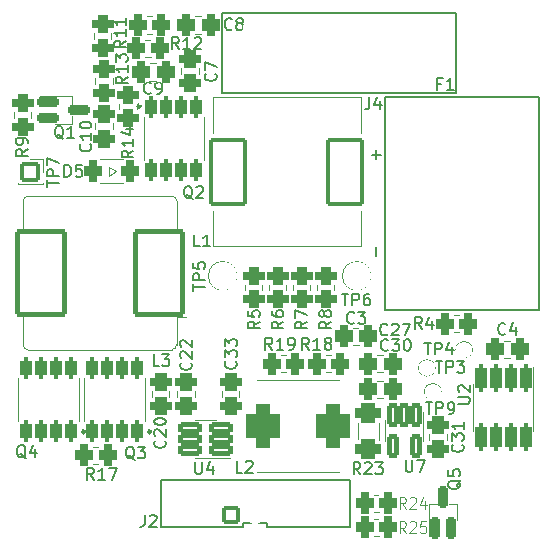
<source format=gto>
G04 #@! TF.GenerationSoftware,KiCad,Pcbnew,(6.0.4)*
G04 #@! TF.CreationDate,2023-01-27T20:38:21-05:00*
G04 #@! TF.ProjectId,charging_on_the_pad,63686172-6769-46e6-975f-6f6e5f746865,rev?*
G04 #@! TF.SameCoordinates,Original*
G04 #@! TF.FileFunction,Legend,Top*
G04 #@! TF.FilePolarity,Positive*
%FSLAX46Y46*%
G04 Gerber Fmt 4.6, Leading zero omitted, Abs format (unit mm)*
G04 Created by KiCad (PCBNEW (6.0.4)) date 2023-01-27 20:38:21*
%MOMM*%
%LPD*%
G01*
G04 APERTURE LIST*
G04 Aperture macros list*
%AMRoundRect*
0 Rectangle with rounded corners*
0 $1 Rounding radius*
0 $2 $3 $4 $5 $6 $7 $8 $9 X,Y pos of 4 corners*
0 Add a 4 corners polygon primitive as box body*
4,1,4,$2,$3,$4,$5,$6,$7,$8,$9,$2,$3,0*
0 Add four circle primitives for the rounded corners*
1,1,$1+$1,$2,$3*
1,1,$1+$1,$4,$5*
1,1,$1+$1,$6,$7*
1,1,$1+$1,$8,$9*
0 Add four rect primitives between the rounded corners*
20,1,$1+$1,$2,$3,$4,$5,0*
20,1,$1+$1,$4,$5,$6,$7,0*
20,1,$1+$1,$6,$7,$8,$9,0*
20,1,$1+$1,$8,$9,$2,$3,0*%
G04 Aperture macros list end*
%ADD10C,0.152400*%
%ADD11C,0.150000*%
%ADD12C,0.120000*%
%ADD13C,0.260000*%
%ADD14C,6.800000*%
%ADD15C,2.600000*%
%ADD16RoundRect,0.200000X-0.600000X-0.600000X0.600000X-0.600000X0.600000X0.600000X-0.600000X0.600000X0*%
%ADD17C,1.600000*%
%ADD18RoundRect,0.450000X0.337500X0.475000X-0.337500X0.475000X-0.337500X-0.475000X0.337500X-0.475000X0*%
%ADD19RoundRect,0.450000X0.625000X-0.400000X0.625000X0.400000X-0.625000X0.400000X-0.625000X-0.400000X0*%
%ADD20RoundRect,0.200000X2.000000X3.500000X-2.000000X3.500000X-2.000000X-3.500000X2.000000X-3.500000X0*%
%ADD21RoundRect,0.450000X-0.337500X-0.475000X0.337500X-0.475000X0.337500X0.475000X-0.337500X0.475000X0*%
%ADD22RoundRect,0.450000X0.450000X-0.350000X0.450000X0.350000X-0.450000X0.350000X-0.450000X-0.350000X0*%
%ADD23RoundRect,0.450000X0.475000X-0.337500X0.475000X0.337500X-0.475000X0.337500X-0.475000X-0.337500X0*%
%ADD24RoundRect,0.200000X-0.225000X-0.750000X0.225000X-0.750000X0.225000X0.750000X-0.225000X0.750000X0*%
%ADD25C,1.400000*%
%ADD26RoundRect,0.200000X0.780000X0.325000X-0.780000X0.325000X-0.780000X-0.325000X0.780000X-0.325000X0*%
%ADD27RoundRect,0.350000X0.150000X-0.600000X0.150000X0.600000X-0.150000X0.600000X-0.150000X-0.600000X0*%
%ADD28RoundRect,0.450000X-0.450000X0.350000X-0.450000X-0.350000X0.450000X-0.350000X0.450000X0.350000X0*%
%ADD29RoundRect,0.450000X0.350000X0.450000X-0.350000X0.450000X-0.350000X-0.450000X0.350000X-0.450000X0*%
%ADD30C,3.400000*%
%ADD31C,2.400000*%
%ADD32RoundRect,0.200000X-0.675000X-0.675000X0.675000X-0.675000X0.675000X0.675000X-0.675000X0.675000X0*%
%ADD33RoundRect,0.200000X-0.750000X0.225000X-0.750000X-0.225000X0.750000X-0.225000X0.750000X0.225000X0*%
%ADD34RoundRect,0.350000X-0.150000X0.825000X-0.150000X-0.825000X0.150000X-0.825000X0.150000X0.825000X0*%
%ADD35RoundRect,0.350000X-0.150000X0.600000X-0.150000X-0.600000X0.150000X-0.600000X0.150000X0.600000X0*%
%ADD36RoundRect,0.450000X-0.475000X0.337500X-0.475000X-0.337500X0.475000X-0.337500X0.475000X0.337500X0*%
%ADD37C,2.900000*%
%ADD38RoundRect,0.825000X-0.625000X-1.000000X0.625000X-1.000000X0.625000X1.000000X-0.625000X1.000000X0*%
%ADD39RoundRect,0.500000X0.300000X0.400000X-0.300000X0.400000X-0.300000X-0.400000X0.300000X-0.400000X0*%
%ADD40RoundRect,0.200000X-0.325000X0.780000X-0.325000X-0.780000X0.325000X-0.780000X0.325000X0.780000X0*%
%ADD41RoundRect,0.450000X-0.350000X-0.450000X0.350000X-0.450000X0.350000X0.450000X-0.350000X0.450000X0*%
%ADD42RoundRect,0.200000X-1.450000X-2.700000X1.450000X-2.700000X1.450000X2.700000X-1.450000X2.700000X0*%
%ADD43C,1.900000*%
G04 APERTURE END LIST*
D10*
X154672571Y-97987047D02*
X154672571Y-97212952D01*
X155059619Y-97600000D02*
X154285523Y-97600000D01*
X154672571Y-106187047D02*
X154672571Y-105412952D01*
D11*
X135059066Y-128108780D02*
X135059066Y-128823066D01*
X135011447Y-128965923D01*
X134916209Y-129061161D01*
X134773352Y-129108780D01*
X134678114Y-129108780D01*
X135487638Y-128204019D02*
X135535257Y-128156400D01*
X135630495Y-128108780D01*
X135868590Y-128108780D01*
X135963828Y-128156400D01*
X136011447Y-128204019D01*
X136059066Y-128299257D01*
X136059066Y-128394495D01*
X136011447Y-128537352D01*
X135440019Y-129108780D01*
X136059066Y-129108780D01*
X152783333Y-111807142D02*
X152735714Y-111854761D01*
X152592857Y-111902380D01*
X152497619Y-111902380D01*
X152354761Y-111854761D01*
X152259523Y-111759523D01*
X152211904Y-111664285D01*
X152164285Y-111473809D01*
X152164285Y-111330952D01*
X152211904Y-111140476D01*
X152259523Y-111045238D01*
X152354761Y-110950000D01*
X152497619Y-110902380D01*
X152592857Y-110902380D01*
X152735714Y-110950000D01*
X152783333Y-110997619D01*
X153116666Y-110902380D02*
X153735714Y-110902380D01*
X153402380Y-111283333D01*
X153545238Y-111283333D01*
X153640476Y-111330952D01*
X153688095Y-111378571D01*
X153735714Y-111473809D01*
X153735714Y-111711904D01*
X153688095Y-111807142D01*
X153640476Y-111854761D01*
X153545238Y-111902380D01*
X153259523Y-111902380D01*
X153164285Y-111854761D01*
X153116666Y-111807142D01*
X153306742Y-124644780D02*
X152973409Y-124168590D01*
X152735314Y-124644780D02*
X152735314Y-123644780D01*
X153116266Y-123644780D01*
X153211504Y-123692400D01*
X153259123Y-123740019D01*
X153306742Y-123835257D01*
X153306742Y-123978114D01*
X153259123Y-124073352D01*
X153211504Y-124120971D01*
X153116266Y-124168590D01*
X152735314Y-124168590D01*
X153687695Y-123740019D02*
X153735314Y-123692400D01*
X153830552Y-123644780D01*
X154068647Y-123644780D01*
X154163885Y-123692400D01*
X154211504Y-123740019D01*
X154259123Y-123835257D01*
X154259123Y-123930495D01*
X154211504Y-124073352D01*
X153640076Y-124644780D01*
X154259123Y-124644780D01*
X154592457Y-123644780D02*
X155211504Y-123644780D01*
X154878171Y-124025733D01*
X155021028Y-124025733D01*
X155116266Y-124073352D01*
X155163885Y-124120971D01*
X155211504Y-124216209D01*
X155211504Y-124454304D01*
X155163885Y-124549542D01*
X155116266Y-124597161D01*
X155021028Y-124644780D01*
X154735314Y-124644780D01*
X154640076Y-124597161D01*
X154592457Y-124549542D01*
X136283333Y-115502380D02*
X135807142Y-115502380D01*
X135807142Y-114502380D01*
X136521428Y-114502380D02*
X137140476Y-114502380D01*
X136807142Y-114883333D01*
X136950000Y-114883333D01*
X137045238Y-114930952D01*
X137092857Y-114978571D01*
X137140476Y-115073809D01*
X137140476Y-115311904D01*
X137092857Y-115407142D01*
X137045238Y-115454761D01*
X136950000Y-115502380D01*
X136664285Y-115502380D01*
X136569047Y-115454761D01*
X136521428Y-115407142D01*
X155657142Y-114107142D02*
X155609523Y-114154761D01*
X155466666Y-114202380D01*
X155371428Y-114202380D01*
X155228571Y-114154761D01*
X155133333Y-114059523D01*
X155085714Y-113964285D01*
X155038095Y-113773809D01*
X155038095Y-113630952D01*
X155085714Y-113440476D01*
X155133333Y-113345238D01*
X155228571Y-113250000D01*
X155371428Y-113202380D01*
X155466666Y-113202380D01*
X155609523Y-113250000D01*
X155657142Y-113297619D01*
X155990476Y-113202380D02*
X156609523Y-113202380D01*
X156276190Y-113583333D01*
X156419047Y-113583333D01*
X156514285Y-113630952D01*
X156561904Y-113678571D01*
X156609523Y-113773809D01*
X156609523Y-114011904D01*
X156561904Y-114107142D01*
X156514285Y-114154761D01*
X156419047Y-114202380D01*
X156133333Y-114202380D01*
X156038095Y-114154761D01*
X155990476Y-114107142D01*
X157228571Y-113202380D02*
X157323809Y-113202380D01*
X157419047Y-113250000D01*
X157466666Y-113297619D01*
X157514285Y-113392857D01*
X157561904Y-113583333D01*
X157561904Y-113821428D01*
X157514285Y-114011904D01*
X157466666Y-114107142D01*
X157419047Y-114154761D01*
X157323809Y-114202380D01*
X157228571Y-114202380D01*
X157133333Y-114154761D01*
X157085714Y-114107142D01*
X157038095Y-114011904D01*
X156990476Y-113821428D01*
X156990476Y-113583333D01*
X157038095Y-113392857D01*
X157085714Y-113297619D01*
X157133333Y-113250000D01*
X157228571Y-113202380D01*
X125152380Y-97116666D02*
X124676190Y-97450000D01*
X125152380Y-97688095D02*
X124152380Y-97688095D01*
X124152380Y-97307142D01*
X124200000Y-97211904D01*
X124247619Y-97164285D01*
X124342857Y-97116666D01*
X124485714Y-97116666D01*
X124580952Y-97164285D01*
X124628571Y-97211904D01*
X124676190Y-97307142D01*
X124676190Y-97688095D01*
X125152380Y-96640476D02*
X125152380Y-96450000D01*
X125104761Y-96354761D01*
X125057142Y-96307142D01*
X124914285Y-96211904D01*
X124723809Y-96164285D01*
X124342857Y-96164285D01*
X124247619Y-96211904D01*
X124200000Y-96259523D01*
X124152380Y-96354761D01*
X124152380Y-96545238D01*
X124200000Y-96640476D01*
X124247619Y-96688095D01*
X124342857Y-96735714D01*
X124580952Y-96735714D01*
X124676190Y-96688095D01*
X124723809Y-96640476D01*
X124771428Y-96545238D01*
X124771428Y-96354761D01*
X124723809Y-96259523D01*
X124676190Y-96211904D01*
X124580952Y-96164285D01*
X161957142Y-122142857D02*
X162004761Y-122190476D01*
X162052380Y-122333333D01*
X162052380Y-122428571D01*
X162004761Y-122571428D01*
X161909523Y-122666666D01*
X161814285Y-122714285D01*
X161623809Y-122761904D01*
X161480952Y-122761904D01*
X161290476Y-122714285D01*
X161195238Y-122666666D01*
X161100000Y-122571428D01*
X161052380Y-122428571D01*
X161052380Y-122333333D01*
X161100000Y-122190476D01*
X161147619Y-122142857D01*
X161052380Y-121809523D02*
X161052380Y-121190476D01*
X161433333Y-121523809D01*
X161433333Y-121380952D01*
X161480952Y-121285714D01*
X161528571Y-121238095D01*
X161623809Y-121190476D01*
X161861904Y-121190476D01*
X161957142Y-121238095D01*
X162004761Y-121285714D01*
X162052380Y-121380952D01*
X162052380Y-121666666D01*
X162004761Y-121761904D01*
X161957142Y-121809523D01*
X162052380Y-120238095D02*
X162052380Y-120809523D01*
X162052380Y-120523809D02*
X161052380Y-120523809D01*
X161195238Y-120619047D01*
X161290476Y-120714285D01*
X161338095Y-120809523D01*
X133452380Y-87942857D02*
X132976190Y-88276190D01*
X133452380Y-88514285D02*
X132452380Y-88514285D01*
X132452380Y-88133333D01*
X132500000Y-88038095D01*
X132547619Y-87990476D01*
X132642857Y-87942857D01*
X132785714Y-87942857D01*
X132880952Y-87990476D01*
X132928571Y-88038095D01*
X132976190Y-88133333D01*
X132976190Y-88514285D01*
X133452380Y-86990476D02*
X133452380Y-87561904D01*
X133452380Y-87276190D02*
X132452380Y-87276190D01*
X132595238Y-87371428D01*
X132690476Y-87466666D01*
X132738095Y-87561904D01*
X133452380Y-86038095D02*
X133452380Y-86609523D01*
X133452380Y-86323809D02*
X132452380Y-86323809D01*
X132595238Y-86419047D01*
X132690476Y-86514285D01*
X132738095Y-86609523D01*
X161840019Y-125151638D02*
X161792400Y-125246876D01*
X161697161Y-125342114D01*
X161554304Y-125484971D01*
X161506685Y-125580209D01*
X161506685Y-125675447D01*
X161744780Y-125627828D02*
X161697161Y-125723066D01*
X161601923Y-125818304D01*
X161411447Y-125865923D01*
X161078114Y-125865923D01*
X160887638Y-125818304D01*
X160792400Y-125723066D01*
X160744780Y-125627828D01*
X160744780Y-125437352D01*
X160792400Y-125342114D01*
X160887638Y-125246876D01*
X161078114Y-125199257D01*
X161411447Y-125199257D01*
X161601923Y-125246876D01*
X161697161Y-125342114D01*
X161744780Y-125437352D01*
X161744780Y-125627828D01*
X160744780Y-124294495D02*
X160744780Y-124770685D01*
X161220971Y-124818304D01*
X161173352Y-124770685D01*
X161125733Y-124675447D01*
X161125733Y-124437352D01*
X161173352Y-124342114D01*
X161220971Y-124294495D01*
X161316209Y-124246876D01*
X161554304Y-124246876D01*
X161649542Y-124294495D01*
X161697161Y-124342114D01*
X161744780Y-124437352D01*
X161744780Y-124675447D01*
X161697161Y-124770685D01*
X161649542Y-124818304D01*
X165593733Y-112748542D02*
X165546114Y-112796161D01*
X165403257Y-112843780D01*
X165308019Y-112843780D01*
X165165161Y-112796161D01*
X165069923Y-112700923D01*
X165022304Y-112605685D01*
X164974685Y-112415209D01*
X164974685Y-112272352D01*
X165022304Y-112081876D01*
X165069923Y-111986638D01*
X165165161Y-111891400D01*
X165308019Y-111843780D01*
X165403257Y-111843780D01*
X165546114Y-111891400D01*
X165593733Y-111939019D01*
X166450876Y-112177114D02*
X166450876Y-112843780D01*
X166212780Y-111796161D02*
X165974685Y-112510447D01*
X166593733Y-112510447D01*
X159688095Y-115052380D02*
X160259523Y-115052380D01*
X159973809Y-116052380D02*
X159973809Y-115052380D01*
X160592857Y-116052380D02*
X160592857Y-115052380D01*
X160973809Y-115052380D01*
X161069047Y-115100000D01*
X161116666Y-115147619D01*
X161164285Y-115242857D01*
X161164285Y-115385714D01*
X161116666Y-115480952D01*
X161069047Y-115528571D01*
X160973809Y-115576190D01*
X160592857Y-115576190D01*
X161497619Y-115052380D02*
X162116666Y-115052380D01*
X161783333Y-115433333D01*
X161926190Y-115433333D01*
X162021428Y-115480952D01*
X162069047Y-115528571D01*
X162116666Y-115623809D01*
X162116666Y-115861904D01*
X162069047Y-115957142D01*
X162021428Y-116004761D01*
X161926190Y-116052380D01*
X161640476Y-116052380D01*
X161545238Y-116004761D01*
X161497619Y-115957142D01*
X139330495Y-123608780D02*
X139330495Y-124418304D01*
X139378114Y-124513542D01*
X139425733Y-124561161D01*
X139520971Y-124608780D01*
X139711447Y-124608780D01*
X139806685Y-124561161D01*
X139854304Y-124513542D01*
X139901923Y-124418304D01*
X139901923Y-123608780D01*
X140806685Y-123942114D02*
X140806685Y-124608780D01*
X140568590Y-123561161D02*
X140330495Y-124275447D01*
X140949542Y-124275447D01*
X124997161Y-123304019D02*
X124901923Y-123256400D01*
X124806685Y-123161161D01*
X124663828Y-123018304D01*
X124568590Y-122970685D01*
X124473352Y-122970685D01*
X124520971Y-123208780D02*
X124425733Y-123161161D01*
X124330495Y-123065923D01*
X124282876Y-122875447D01*
X124282876Y-122542114D01*
X124330495Y-122351638D01*
X124425733Y-122256400D01*
X124520971Y-122208780D01*
X124711447Y-122208780D01*
X124806685Y-122256400D01*
X124901923Y-122351638D01*
X124949542Y-122542114D01*
X124949542Y-122875447D01*
X124901923Y-123065923D01*
X124806685Y-123161161D01*
X124711447Y-123208780D01*
X124520971Y-123208780D01*
X125806685Y-122542114D02*
X125806685Y-123208780D01*
X125568590Y-122161161D02*
X125330495Y-122875447D01*
X125949542Y-122875447D01*
X146794780Y-111723066D02*
X146318590Y-112056400D01*
X146794780Y-112294495D02*
X145794780Y-112294495D01*
X145794780Y-111913542D01*
X145842400Y-111818304D01*
X145890019Y-111770685D01*
X145985257Y-111723066D01*
X146128114Y-111723066D01*
X146223352Y-111770685D01*
X146270971Y-111818304D01*
X146318590Y-111913542D01*
X146318590Y-112294495D01*
X145794780Y-110865923D02*
X145794780Y-111056400D01*
X145842400Y-111151638D01*
X145890019Y-111199257D01*
X146032876Y-111294495D01*
X146223352Y-111342114D01*
X146604304Y-111342114D01*
X146699542Y-111294495D01*
X146747161Y-111246876D01*
X146794780Y-111151638D01*
X146794780Y-110961161D01*
X146747161Y-110865923D01*
X146699542Y-110818304D01*
X146604304Y-110770685D01*
X146366209Y-110770685D01*
X146270971Y-110818304D01*
X146223352Y-110865923D01*
X146175733Y-110961161D01*
X146175733Y-111151638D01*
X146223352Y-111246876D01*
X146270971Y-111294495D01*
X146366209Y-111342114D01*
X148949542Y-114108780D02*
X148616209Y-113632590D01*
X148378114Y-114108780D02*
X148378114Y-113108780D01*
X148759066Y-113108780D01*
X148854304Y-113156400D01*
X148901923Y-113204019D01*
X148949542Y-113299257D01*
X148949542Y-113442114D01*
X148901923Y-113537352D01*
X148854304Y-113584971D01*
X148759066Y-113632590D01*
X148378114Y-113632590D01*
X149901923Y-114108780D02*
X149330495Y-114108780D01*
X149616209Y-114108780D02*
X149616209Y-113108780D01*
X149520971Y-113251638D01*
X149425733Y-113346876D01*
X149330495Y-113394495D01*
X150473352Y-113537352D02*
X150378114Y-113489733D01*
X150330495Y-113442114D01*
X150282876Y-113346876D01*
X150282876Y-113299257D01*
X150330495Y-113204019D01*
X150378114Y-113156400D01*
X150473352Y-113108780D01*
X150663828Y-113108780D01*
X150759066Y-113156400D01*
X150806685Y-113204019D01*
X150854304Y-113299257D01*
X150854304Y-113346876D01*
X150806685Y-113442114D01*
X150759066Y-113489733D01*
X150663828Y-113537352D01*
X150473352Y-113537352D01*
X150378114Y-113584971D01*
X150330495Y-113632590D01*
X150282876Y-113727828D01*
X150282876Y-113918304D01*
X150330495Y-114013542D01*
X150378114Y-114061161D01*
X150473352Y-114108780D01*
X150663828Y-114108780D01*
X150759066Y-114061161D01*
X150806685Y-114013542D01*
X150854304Y-113918304D01*
X150854304Y-113727828D01*
X150806685Y-113632590D01*
X150759066Y-113584971D01*
X150663828Y-113537352D01*
X135583333Y-92357142D02*
X135535714Y-92404761D01*
X135392857Y-92452380D01*
X135297619Y-92452380D01*
X135154761Y-92404761D01*
X135059523Y-92309523D01*
X135011904Y-92214285D01*
X134964285Y-92023809D01*
X134964285Y-91880952D01*
X135011904Y-91690476D01*
X135059523Y-91595238D01*
X135154761Y-91500000D01*
X135297619Y-91452380D01*
X135392857Y-91452380D01*
X135535714Y-91500000D01*
X135583333Y-91547619D01*
X136059523Y-92452380D02*
X136250000Y-92452380D01*
X136345238Y-92404761D01*
X136392857Y-92357142D01*
X136488095Y-92214285D01*
X136535714Y-92023809D01*
X136535714Y-91642857D01*
X136488095Y-91547619D01*
X136440476Y-91500000D01*
X136345238Y-91452380D01*
X136154761Y-91452380D01*
X136059523Y-91500000D01*
X136011904Y-91547619D01*
X135964285Y-91642857D01*
X135964285Y-91880952D01*
X136011904Y-91976190D01*
X136059523Y-92023809D01*
X136154761Y-92071428D01*
X136345238Y-92071428D01*
X136440476Y-92023809D01*
X136488095Y-91976190D01*
X136535714Y-91880952D01*
X154066666Y-92752380D02*
X154066666Y-93466666D01*
X154019047Y-93609523D01*
X153923809Y-93704761D01*
X153780952Y-93752380D01*
X153685714Y-93752380D01*
X154971428Y-93085714D02*
X154971428Y-93752380D01*
X154733333Y-92704761D02*
X154495238Y-93419047D01*
X155114285Y-93419047D01*
X151738095Y-109352380D02*
X152309523Y-109352380D01*
X152023809Y-110352380D02*
X152023809Y-109352380D01*
X152642857Y-110352380D02*
X152642857Y-109352380D01*
X153023809Y-109352380D01*
X153119047Y-109400000D01*
X153166666Y-109447619D01*
X153214285Y-109542857D01*
X153214285Y-109685714D01*
X153166666Y-109780952D01*
X153119047Y-109828571D01*
X153023809Y-109876190D01*
X152642857Y-109876190D01*
X154071428Y-109352380D02*
X153880952Y-109352380D01*
X153785714Y-109400000D01*
X153738095Y-109447619D01*
X153642857Y-109590476D01*
X153595238Y-109780952D01*
X153595238Y-110161904D01*
X153642857Y-110257142D01*
X153690476Y-110304761D01*
X153785714Y-110352380D01*
X153976190Y-110352380D01*
X154071428Y-110304761D01*
X154119047Y-110257142D01*
X154166666Y-110161904D01*
X154166666Y-109923809D01*
X154119047Y-109828571D01*
X154071428Y-109780952D01*
X153976190Y-109733333D01*
X153785714Y-109733333D01*
X153690476Y-109780952D01*
X153642857Y-109828571D01*
X153595238Y-109923809D01*
X142749542Y-115099257D02*
X142797161Y-115146876D01*
X142844780Y-115289733D01*
X142844780Y-115384971D01*
X142797161Y-115527828D01*
X142701923Y-115623066D01*
X142606685Y-115670685D01*
X142416209Y-115718304D01*
X142273352Y-115718304D01*
X142082876Y-115670685D01*
X141987638Y-115623066D01*
X141892400Y-115527828D01*
X141844780Y-115384971D01*
X141844780Y-115289733D01*
X141892400Y-115146876D01*
X141940019Y-115099257D01*
X141844780Y-114765923D02*
X141844780Y-114146876D01*
X142225733Y-114480209D01*
X142225733Y-114337352D01*
X142273352Y-114242114D01*
X142320971Y-114194495D01*
X142416209Y-114146876D01*
X142654304Y-114146876D01*
X142749542Y-114194495D01*
X142797161Y-114242114D01*
X142844780Y-114337352D01*
X142844780Y-114623066D01*
X142797161Y-114718304D01*
X142749542Y-114765923D01*
X141844780Y-113813542D02*
X141844780Y-113194495D01*
X142225733Y-113527828D01*
X142225733Y-113384971D01*
X142273352Y-113289733D01*
X142320971Y-113242114D01*
X142416209Y-113194495D01*
X142654304Y-113194495D01*
X142749542Y-113242114D01*
X142797161Y-113289733D01*
X142844780Y-113384971D01*
X142844780Y-113670685D01*
X142797161Y-113765923D01*
X142749542Y-113813542D01*
X126802380Y-100311904D02*
X126802380Y-99740476D01*
X127802380Y-100026190D02*
X126802380Y-100026190D01*
X127802380Y-99407142D02*
X126802380Y-99407142D01*
X126802380Y-99026190D01*
X126850000Y-98930952D01*
X126897619Y-98883333D01*
X126992857Y-98835714D01*
X127135714Y-98835714D01*
X127230952Y-98883333D01*
X127278571Y-98930952D01*
X127326190Y-99026190D01*
X127326190Y-99407142D01*
X126802380Y-98502380D02*
X126802380Y-97835714D01*
X127802380Y-98264285D01*
X150844780Y-111723066D02*
X150368590Y-112056400D01*
X150844780Y-112294495D02*
X149844780Y-112294495D01*
X149844780Y-111913542D01*
X149892400Y-111818304D01*
X149940019Y-111770685D01*
X150035257Y-111723066D01*
X150178114Y-111723066D01*
X150273352Y-111770685D01*
X150320971Y-111818304D01*
X150368590Y-111913542D01*
X150368590Y-112294495D01*
X150273352Y-111151638D02*
X150225733Y-111246876D01*
X150178114Y-111294495D01*
X150082876Y-111342114D01*
X150035257Y-111342114D01*
X149940019Y-111294495D01*
X149892400Y-111246876D01*
X149844780Y-111151638D01*
X149844780Y-110961161D01*
X149892400Y-110865923D01*
X149940019Y-110818304D01*
X150035257Y-110770685D01*
X150082876Y-110770685D01*
X150178114Y-110818304D01*
X150225733Y-110865923D01*
X150273352Y-110961161D01*
X150273352Y-111151638D01*
X150320971Y-111246876D01*
X150368590Y-111294495D01*
X150463828Y-111342114D01*
X150654304Y-111342114D01*
X150749542Y-111294495D01*
X150797161Y-111246876D01*
X150844780Y-111151638D01*
X150844780Y-110961161D01*
X150797161Y-110865923D01*
X150749542Y-110818304D01*
X150654304Y-110770685D01*
X150463828Y-110770685D01*
X150368590Y-110818304D01*
X150320971Y-110865923D01*
X150273352Y-110961161D01*
X128173161Y-96247619D02*
X128077923Y-96200000D01*
X127982685Y-96104761D01*
X127839828Y-95961904D01*
X127744590Y-95914285D01*
X127649352Y-95914285D01*
X127696971Y-96152380D02*
X127601733Y-96104761D01*
X127506495Y-96009523D01*
X127458876Y-95819047D01*
X127458876Y-95485714D01*
X127506495Y-95295238D01*
X127601733Y-95200000D01*
X127696971Y-95152380D01*
X127887447Y-95152380D01*
X127982685Y-95200000D01*
X128077923Y-95295238D01*
X128125542Y-95485714D01*
X128125542Y-95819047D01*
X128077923Y-96009523D01*
X127982685Y-96104761D01*
X127887447Y-96152380D01*
X127696971Y-96152380D01*
X129077923Y-96152380D02*
X128506495Y-96152380D01*
X128792209Y-96152380D02*
X128792209Y-95152380D01*
X128696971Y-95295238D01*
X128601733Y-95390476D01*
X128506495Y-95438095D01*
X161602380Y-118661904D02*
X162411904Y-118661904D01*
X162507142Y-118614285D01*
X162554761Y-118566666D01*
X162602380Y-118471428D01*
X162602380Y-118280952D01*
X162554761Y-118185714D01*
X162507142Y-118138095D01*
X162411904Y-118090476D01*
X161602380Y-118090476D01*
X161697619Y-117661904D02*
X161650000Y-117614285D01*
X161602380Y-117519047D01*
X161602380Y-117280952D01*
X161650000Y-117185714D01*
X161697619Y-117138095D01*
X161792857Y-117090476D01*
X161888095Y-117090476D01*
X162030952Y-117138095D01*
X162602380Y-117709523D01*
X162602380Y-117090476D01*
X139104761Y-101347619D02*
X139009523Y-101300000D01*
X138914285Y-101204761D01*
X138771428Y-101061904D01*
X138676190Y-101014285D01*
X138580952Y-101014285D01*
X138628571Y-101252380D02*
X138533333Y-101204761D01*
X138438095Y-101109523D01*
X138390476Y-100919047D01*
X138390476Y-100585714D01*
X138438095Y-100395238D01*
X138533333Y-100300000D01*
X138628571Y-100252380D01*
X138819047Y-100252380D01*
X138914285Y-100300000D01*
X139009523Y-100395238D01*
X139057142Y-100585714D01*
X139057142Y-100919047D01*
X139009523Y-101109523D01*
X138914285Y-101204761D01*
X138819047Y-101252380D01*
X138628571Y-101252380D01*
X139438095Y-100347619D02*
X139485714Y-100300000D01*
X139580952Y-100252380D01*
X139819047Y-100252380D01*
X139914285Y-100300000D01*
X139961904Y-100347619D01*
X140009523Y-100442857D01*
X140009523Y-100538095D01*
X139961904Y-100680952D01*
X139390476Y-101252380D01*
X140009523Y-101252380D01*
X141049542Y-90723066D02*
X141097161Y-90770685D01*
X141144780Y-90913542D01*
X141144780Y-91008780D01*
X141097161Y-91151638D01*
X141001923Y-91246876D01*
X140906685Y-91294495D01*
X140716209Y-91342114D01*
X140573352Y-91342114D01*
X140382876Y-91294495D01*
X140287638Y-91246876D01*
X140192400Y-91151638D01*
X140144780Y-91008780D01*
X140144780Y-90913542D01*
X140192400Y-90770685D01*
X140240019Y-90723066D01*
X140144780Y-90389733D02*
X140144780Y-89723066D01*
X141144780Y-90151638D01*
X160159066Y-91584971D02*
X159825733Y-91584971D01*
X159825733Y-92108780D02*
X159825733Y-91108780D01*
X160301923Y-91108780D01*
X161206685Y-92108780D02*
X160635257Y-92108780D01*
X160920971Y-92108780D02*
X160920971Y-91108780D01*
X160825733Y-91251638D01*
X160730495Y-91346876D01*
X160635257Y-91394495D01*
X143325733Y-124508780D02*
X142849542Y-124508780D01*
X142849542Y-123508780D01*
X143611447Y-123604019D02*
X143659066Y-123556400D01*
X143754304Y-123508780D01*
X143992400Y-123508780D01*
X144087638Y-123556400D01*
X144135257Y-123604019D01*
X144182876Y-123699257D01*
X144182876Y-123794495D01*
X144135257Y-123937352D01*
X143563828Y-124508780D01*
X144182876Y-124508780D01*
X138949542Y-115199257D02*
X138997161Y-115246876D01*
X139044780Y-115389733D01*
X139044780Y-115484971D01*
X138997161Y-115627828D01*
X138901923Y-115723066D01*
X138806685Y-115770685D01*
X138616209Y-115818304D01*
X138473352Y-115818304D01*
X138282876Y-115770685D01*
X138187638Y-115723066D01*
X138092400Y-115627828D01*
X138044780Y-115484971D01*
X138044780Y-115389733D01*
X138092400Y-115246876D01*
X138140019Y-115199257D01*
X138140019Y-114818304D02*
X138092400Y-114770685D01*
X138044780Y-114675447D01*
X138044780Y-114437352D01*
X138092400Y-114342114D01*
X138140019Y-114294495D01*
X138235257Y-114246876D01*
X138330495Y-114246876D01*
X138473352Y-114294495D01*
X139044780Y-114865923D01*
X139044780Y-114246876D01*
X138140019Y-113865923D02*
X138092400Y-113818304D01*
X138044780Y-113723066D01*
X138044780Y-113484971D01*
X138092400Y-113389733D01*
X138140019Y-113342114D01*
X138235257Y-113294495D01*
X138330495Y-113294495D01*
X138473352Y-113342114D01*
X139044780Y-113913542D01*
X139044780Y-113294495D01*
X139152380Y-109111904D02*
X139152380Y-108540476D01*
X140152380Y-108826190D02*
X139152380Y-108826190D01*
X140152380Y-108207142D02*
X139152380Y-108207142D01*
X139152380Y-107826190D01*
X139200000Y-107730952D01*
X139247619Y-107683333D01*
X139342857Y-107635714D01*
X139485714Y-107635714D01*
X139580952Y-107683333D01*
X139628571Y-107730952D01*
X139676190Y-107826190D01*
X139676190Y-108207142D01*
X139152380Y-106730952D02*
X139152380Y-107207142D01*
X139628571Y-107254761D01*
X139580952Y-107207142D01*
X139533333Y-107111904D01*
X139533333Y-106873809D01*
X139580952Y-106778571D01*
X139628571Y-106730952D01*
X139723809Y-106683333D01*
X139961904Y-106683333D01*
X140057142Y-106730952D01*
X140104761Y-106778571D01*
X140152380Y-106873809D01*
X140152380Y-107111904D01*
X140104761Y-107207142D01*
X140057142Y-107254761D01*
X148794780Y-111723066D02*
X148318590Y-112056400D01*
X148794780Y-112294495D02*
X147794780Y-112294495D01*
X147794780Y-111913542D01*
X147842400Y-111818304D01*
X147890019Y-111770685D01*
X147985257Y-111723066D01*
X148128114Y-111723066D01*
X148223352Y-111770685D01*
X148270971Y-111818304D01*
X148318590Y-111913542D01*
X148318590Y-112294495D01*
X147794780Y-111389733D02*
X147794780Y-110723066D01*
X148794780Y-111151638D01*
X136749542Y-121799257D02*
X136797161Y-121846876D01*
X136844780Y-121989733D01*
X136844780Y-122084971D01*
X136797161Y-122227828D01*
X136701923Y-122323066D01*
X136606685Y-122370685D01*
X136416209Y-122418304D01*
X136273352Y-122418304D01*
X136082876Y-122370685D01*
X135987638Y-122323066D01*
X135892400Y-122227828D01*
X135844780Y-122084971D01*
X135844780Y-121989733D01*
X135892400Y-121846876D01*
X135940019Y-121799257D01*
X135940019Y-121418304D02*
X135892400Y-121370685D01*
X135844780Y-121275447D01*
X135844780Y-121037352D01*
X135892400Y-120942114D01*
X135940019Y-120894495D01*
X136035257Y-120846876D01*
X136130495Y-120846876D01*
X136273352Y-120894495D01*
X136844780Y-121465923D01*
X136844780Y-120846876D01*
X135844780Y-120227828D02*
X135844780Y-120132590D01*
X135892400Y-120037352D01*
X135940019Y-119989733D01*
X136035257Y-119942114D01*
X136225733Y-119894495D01*
X136463828Y-119894495D01*
X136654304Y-119942114D01*
X136749542Y-119989733D01*
X136797161Y-120037352D01*
X136844780Y-120132590D01*
X136844780Y-120227828D01*
X136797161Y-120323066D01*
X136749542Y-120370685D01*
X136654304Y-120418304D01*
X136463828Y-120465923D01*
X136225733Y-120465923D01*
X136035257Y-120418304D01*
X135940019Y-120370685D01*
X135892400Y-120323066D01*
X135844780Y-120227828D01*
X128254304Y-99458780D02*
X128254304Y-98458780D01*
X128492400Y-98458780D01*
X128635257Y-98506400D01*
X128730495Y-98601638D01*
X128778114Y-98696876D01*
X128825733Y-98887352D01*
X128825733Y-99030209D01*
X128778114Y-99220685D01*
X128730495Y-99315923D01*
X128635257Y-99411161D01*
X128492400Y-99458780D01*
X128254304Y-99458780D01*
X129730495Y-98458780D02*
X129254304Y-98458780D01*
X129206685Y-98934971D01*
X129254304Y-98887352D01*
X129349542Y-98839733D01*
X129587638Y-98839733D01*
X129682876Y-98887352D01*
X129730495Y-98934971D01*
X129778114Y-99030209D01*
X129778114Y-99268304D01*
X129730495Y-99363542D01*
X129682876Y-99411161D01*
X129587638Y-99458780D01*
X129349542Y-99458780D01*
X129254304Y-99411161D01*
X129206685Y-99363542D01*
X158738095Y-113502380D02*
X159309523Y-113502380D01*
X159023809Y-114502380D02*
X159023809Y-113502380D01*
X159642857Y-114502380D02*
X159642857Y-113502380D01*
X160023809Y-113502380D01*
X160119047Y-113550000D01*
X160166666Y-113597619D01*
X160214285Y-113692857D01*
X160214285Y-113835714D01*
X160166666Y-113930952D01*
X160119047Y-113978571D01*
X160023809Y-114026190D01*
X159642857Y-114026190D01*
X161071428Y-113835714D02*
X161071428Y-114502380D01*
X160833333Y-113454761D02*
X160595238Y-114169047D01*
X161214285Y-114169047D01*
X157138095Y-123452380D02*
X157138095Y-124261904D01*
X157185714Y-124357142D01*
X157233333Y-124404761D01*
X157328571Y-124452380D01*
X157519047Y-124452380D01*
X157614285Y-124404761D01*
X157661904Y-124357142D01*
X157709523Y-124261904D01*
X157709523Y-123452380D01*
X158090476Y-123452380D02*
X158757142Y-123452380D01*
X158328571Y-124452380D01*
X158838095Y-118552380D02*
X159409523Y-118552380D01*
X159123809Y-119552380D02*
X159123809Y-118552380D01*
X159742857Y-119552380D02*
X159742857Y-118552380D01*
X160123809Y-118552380D01*
X160219047Y-118600000D01*
X160266666Y-118647619D01*
X160314285Y-118742857D01*
X160314285Y-118885714D01*
X160266666Y-118980952D01*
X160219047Y-119028571D01*
X160123809Y-119076190D01*
X159742857Y-119076190D01*
X160790476Y-119552380D02*
X160980952Y-119552380D01*
X161076190Y-119504761D01*
X161123809Y-119457142D01*
X161219047Y-119314285D01*
X161266666Y-119123809D01*
X161266666Y-118742857D01*
X161219047Y-118647619D01*
X161171428Y-118600000D01*
X161076190Y-118552380D01*
X160885714Y-118552380D01*
X160790476Y-118600000D01*
X160742857Y-118647619D01*
X160695238Y-118742857D01*
X160695238Y-118980952D01*
X160742857Y-119076190D01*
X160790476Y-119123809D01*
X160885714Y-119171428D01*
X161076190Y-119171428D01*
X161171428Y-119123809D01*
X161219047Y-119076190D01*
X161266666Y-118980952D01*
D12*
X157171428Y-129636780D02*
X156871428Y-129160590D01*
X156657142Y-129636780D02*
X156657142Y-128636780D01*
X157000000Y-128636780D01*
X157085714Y-128684400D01*
X157128571Y-128732019D01*
X157171428Y-128827257D01*
X157171428Y-128970114D01*
X157128571Y-129065352D01*
X157085714Y-129112971D01*
X157000000Y-129160590D01*
X156657142Y-129160590D01*
X157514285Y-128732019D02*
X157557142Y-128684400D01*
X157642857Y-128636780D01*
X157857142Y-128636780D01*
X157942857Y-128684400D01*
X157985714Y-128732019D01*
X158028571Y-128827257D01*
X158028571Y-128922495D01*
X157985714Y-129065352D01*
X157471428Y-129636780D01*
X158028571Y-129636780D01*
X158842857Y-128636780D02*
X158414285Y-128636780D01*
X158371428Y-129112971D01*
X158414285Y-129065352D01*
X158500000Y-129017733D01*
X158714285Y-129017733D01*
X158800000Y-129065352D01*
X158842857Y-129112971D01*
X158885714Y-129208209D01*
X158885714Y-129446304D01*
X158842857Y-129541542D01*
X158800000Y-129589161D01*
X158714285Y-129636780D01*
X158500000Y-129636780D01*
X158414285Y-129589161D01*
X158371428Y-129541542D01*
D11*
X133602380Y-90992857D02*
X133126190Y-91326190D01*
X133602380Y-91564285D02*
X132602380Y-91564285D01*
X132602380Y-91183333D01*
X132650000Y-91088095D01*
X132697619Y-91040476D01*
X132792857Y-90992857D01*
X132935714Y-90992857D01*
X133030952Y-91040476D01*
X133078571Y-91088095D01*
X133126190Y-91183333D01*
X133126190Y-91564285D01*
X133602380Y-90040476D02*
X133602380Y-90611904D01*
X133602380Y-90326190D02*
X132602380Y-90326190D01*
X132745238Y-90421428D01*
X132840476Y-90516666D01*
X132888095Y-90611904D01*
X132602380Y-89707142D02*
X132602380Y-89088095D01*
X132983333Y-89421428D01*
X132983333Y-89278571D01*
X133030952Y-89183333D01*
X133078571Y-89135714D01*
X133173809Y-89088095D01*
X133411904Y-89088095D01*
X133507142Y-89135714D01*
X133554761Y-89183333D01*
X133602380Y-89278571D01*
X133602380Y-89564285D01*
X133554761Y-89659523D01*
X133507142Y-89707142D01*
X134197161Y-123404019D02*
X134101923Y-123356400D01*
X134006685Y-123261161D01*
X133863828Y-123118304D01*
X133768590Y-123070685D01*
X133673352Y-123070685D01*
X133720971Y-123308780D02*
X133625733Y-123261161D01*
X133530495Y-123165923D01*
X133482876Y-122975447D01*
X133482876Y-122642114D01*
X133530495Y-122451638D01*
X133625733Y-122356400D01*
X133720971Y-122308780D01*
X133911447Y-122308780D01*
X134006685Y-122356400D01*
X134101923Y-122451638D01*
X134149542Y-122642114D01*
X134149542Y-122975447D01*
X134101923Y-123165923D01*
X134006685Y-123261161D01*
X133911447Y-123308780D01*
X133720971Y-123308780D01*
X134482876Y-122308780D02*
X135101923Y-122308780D01*
X134768590Y-122689733D01*
X134911447Y-122689733D01*
X135006685Y-122737352D01*
X135054304Y-122784971D01*
X135101923Y-122880209D01*
X135101923Y-123118304D01*
X135054304Y-123213542D01*
X135006685Y-123261161D01*
X134911447Y-123308780D01*
X134625733Y-123308780D01*
X134530495Y-123261161D01*
X134482876Y-123213542D01*
D12*
X157171428Y-127602380D02*
X156871428Y-127126190D01*
X156657142Y-127602380D02*
X156657142Y-126602380D01*
X157000000Y-126602380D01*
X157085714Y-126650000D01*
X157128571Y-126697619D01*
X157171428Y-126792857D01*
X157171428Y-126935714D01*
X157128571Y-127030952D01*
X157085714Y-127078571D01*
X157000000Y-127126190D01*
X156657142Y-127126190D01*
X157514285Y-126697619D02*
X157557142Y-126650000D01*
X157642857Y-126602380D01*
X157857142Y-126602380D01*
X157942857Y-126650000D01*
X157985714Y-126697619D01*
X158028571Y-126792857D01*
X158028571Y-126888095D01*
X157985714Y-127030952D01*
X157471428Y-127602380D01*
X158028571Y-127602380D01*
X158800000Y-126935714D02*
X158800000Y-127602380D01*
X158585714Y-126554761D02*
X158371428Y-127269047D01*
X158928571Y-127269047D01*
D11*
X137957142Y-88652380D02*
X137623809Y-88176190D01*
X137385714Y-88652380D02*
X137385714Y-87652380D01*
X137766666Y-87652380D01*
X137861904Y-87700000D01*
X137909523Y-87747619D01*
X137957142Y-87842857D01*
X137957142Y-87985714D01*
X137909523Y-88080952D01*
X137861904Y-88128571D01*
X137766666Y-88176190D01*
X137385714Y-88176190D01*
X138909523Y-88652380D02*
X138338095Y-88652380D01*
X138623809Y-88652380D02*
X138623809Y-87652380D01*
X138528571Y-87795238D01*
X138433333Y-87890476D01*
X138338095Y-87938095D01*
X139290476Y-87747619D02*
X139338095Y-87700000D01*
X139433333Y-87652380D01*
X139671428Y-87652380D01*
X139766666Y-87700000D01*
X139814285Y-87747619D01*
X139861904Y-87842857D01*
X139861904Y-87938095D01*
X139814285Y-88080952D01*
X139242857Y-88652380D01*
X139861904Y-88652380D01*
X155607142Y-112807142D02*
X155559523Y-112854761D01*
X155416666Y-112902380D01*
X155321428Y-112902380D01*
X155178571Y-112854761D01*
X155083333Y-112759523D01*
X155035714Y-112664285D01*
X154988095Y-112473809D01*
X154988095Y-112330952D01*
X155035714Y-112140476D01*
X155083333Y-112045238D01*
X155178571Y-111950000D01*
X155321428Y-111902380D01*
X155416666Y-111902380D01*
X155559523Y-111950000D01*
X155607142Y-111997619D01*
X155988095Y-111997619D02*
X156035714Y-111950000D01*
X156130952Y-111902380D01*
X156369047Y-111902380D01*
X156464285Y-111950000D01*
X156511904Y-111997619D01*
X156559523Y-112092857D01*
X156559523Y-112188095D01*
X156511904Y-112330952D01*
X155940476Y-112902380D01*
X156559523Y-112902380D01*
X156892857Y-111902380D02*
X157559523Y-111902380D01*
X157130952Y-112902380D01*
X130449542Y-96699257D02*
X130497161Y-96746876D01*
X130544780Y-96889733D01*
X130544780Y-96984971D01*
X130497161Y-97127828D01*
X130401923Y-97223066D01*
X130306685Y-97270685D01*
X130116209Y-97318304D01*
X129973352Y-97318304D01*
X129782876Y-97270685D01*
X129687638Y-97223066D01*
X129592400Y-97127828D01*
X129544780Y-96984971D01*
X129544780Y-96889733D01*
X129592400Y-96746876D01*
X129640019Y-96699257D01*
X130544780Y-95746876D02*
X130544780Y-96318304D01*
X130544780Y-96032590D02*
X129544780Y-96032590D01*
X129687638Y-96127828D01*
X129782876Y-96223066D01*
X129830495Y-96318304D01*
X129544780Y-95127828D02*
X129544780Y-95032590D01*
X129592400Y-94937352D01*
X129640019Y-94889733D01*
X129735257Y-94842114D01*
X129925733Y-94794495D01*
X130163828Y-94794495D01*
X130354304Y-94842114D01*
X130449542Y-94889733D01*
X130497161Y-94937352D01*
X130544780Y-95032590D01*
X130544780Y-95127828D01*
X130497161Y-95223066D01*
X130449542Y-95270685D01*
X130354304Y-95318304D01*
X130163828Y-95365923D01*
X129925733Y-95365923D01*
X129735257Y-95318304D01*
X129640019Y-95270685D01*
X129592400Y-95223066D01*
X129544780Y-95127828D01*
X145849542Y-114108780D02*
X145516209Y-113632590D01*
X145278114Y-114108780D02*
X145278114Y-113108780D01*
X145659066Y-113108780D01*
X145754304Y-113156400D01*
X145801923Y-113204019D01*
X145849542Y-113299257D01*
X145849542Y-113442114D01*
X145801923Y-113537352D01*
X145754304Y-113584971D01*
X145659066Y-113632590D01*
X145278114Y-113632590D01*
X146801923Y-114108780D02*
X146230495Y-114108780D01*
X146516209Y-114108780D02*
X146516209Y-113108780D01*
X146420971Y-113251638D01*
X146325733Y-113346876D01*
X146230495Y-113394495D01*
X147278114Y-114108780D02*
X147468590Y-114108780D01*
X147563828Y-114061161D01*
X147611447Y-114013542D01*
X147706685Y-113870685D01*
X147754304Y-113680209D01*
X147754304Y-113299257D01*
X147706685Y-113204019D01*
X147659066Y-113156400D01*
X147563828Y-113108780D01*
X147373352Y-113108780D01*
X147278114Y-113156400D01*
X147230495Y-113204019D01*
X147182876Y-113299257D01*
X147182876Y-113537352D01*
X147230495Y-113632590D01*
X147278114Y-113680209D01*
X147373352Y-113727828D01*
X147563828Y-113727828D01*
X147659066Y-113680209D01*
X147706685Y-113632590D01*
X147754304Y-113537352D01*
X158533333Y-112352380D02*
X158200000Y-111876190D01*
X157961904Y-112352380D02*
X157961904Y-111352380D01*
X158342857Y-111352380D01*
X158438095Y-111400000D01*
X158485714Y-111447619D01*
X158533333Y-111542857D01*
X158533333Y-111685714D01*
X158485714Y-111780952D01*
X158438095Y-111828571D01*
X158342857Y-111876190D01*
X157961904Y-111876190D01*
X159390476Y-111685714D02*
X159390476Y-112352380D01*
X159152380Y-111304761D02*
X158914285Y-112019047D01*
X159533333Y-112019047D01*
X142433333Y-86957142D02*
X142385714Y-87004761D01*
X142242857Y-87052380D01*
X142147619Y-87052380D01*
X142004761Y-87004761D01*
X141909523Y-86909523D01*
X141861904Y-86814285D01*
X141814285Y-86623809D01*
X141814285Y-86480952D01*
X141861904Y-86290476D01*
X141909523Y-86195238D01*
X142004761Y-86100000D01*
X142147619Y-86052380D01*
X142242857Y-86052380D01*
X142385714Y-86100000D01*
X142433333Y-86147619D01*
X143004761Y-86480952D02*
X142909523Y-86433333D01*
X142861904Y-86385714D01*
X142814285Y-86290476D01*
X142814285Y-86242857D01*
X142861904Y-86147619D01*
X142909523Y-86100000D01*
X143004761Y-86052380D01*
X143195238Y-86052380D01*
X143290476Y-86100000D01*
X143338095Y-86147619D01*
X143385714Y-86242857D01*
X143385714Y-86290476D01*
X143338095Y-86385714D01*
X143290476Y-86433333D01*
X143195238Y-86480952D01*
X143004761Y-86480952D01*
X142909523Y-86528571D01*
X142861904Y-86576190D01*
X142814285Y-86671428D01*
X142814285Y-86861904D01*
X142861904Y-86957142D01*
X142909523Y-87004761D01*
X143004761Y-87052380D01*
X143195238Y-87052380D01*
X143290476Y-87004761D01*
X143338095Y-86957142D01*
X143385714Y-86861904D01*
X143385714Y-86671428D01*
X143338095Y-86576190D01*
X143290476Y-86528571D01*
X143195238Y-86480952D01*
X130749542Y-125108780D02*
X130416209Y-124632590D01*
X130178114Y-125108780D02*
X130178114Y-124108780D01*
X130559066Y-124108780D01*
X130654304Y-124156400D01*
X130701923Y-124204019D01*
X130749542Y-124299257D01*
X130749542Y-124442114D01*
X130701923Y-124537352D01*
X130654304Y-124584971D01*
X130559066Y-124632590D01*
X130178114Y-124632590D01*
X131701923Y-125108780D02*
X131130495Y-125108780D01*
X131416209Y-125108780D02*
X131416209Y-124108780D01*
X131320971Y-124251638D01*
X131225733Y-124346876D01*
X131130495Y-124394495D01*
X132035257Y-124108780D02*
X132701923Y-124108780D01*
X132273352Y-125108780D01*
X134107180Y-97242857D02*
X133630990Y-97576190D01*
X134107180Y-97814285D02*
X133107180Y-97814285D01*
X133107180Y-97433333D01*
X133154800Y-97338095D01*
X133202419Y-97290476D01*
X133297657Y-97242857D01*
X133440514Y-97242857D01*
X133535752Y-97290476D01*
X133583371Y-97338095D01*
X133630990Y-97433333D01*
X133630990Y-97814285D01*
X134107180Y-96290476D02*
X134107180Y-96861904D01*
X134107180Y-96576190D02*
X133107180Y-96576190D01*
X133250038Y-96671428D01*
X133345276Y-96766666D01*
X133392895Y-96861904D01*
X133440514Y-95433333D02*
X134107180Y-95433333D01*
X133059561Y-95671428D02*
X133773847Y-95909523D01*
X133773847Y-95290476D01*
X144794780Y-111723066D02*
X144318590Y-112056400D01*
X144794780Y-112294495D02*
X143794780Y-112294495D01*
X143794780Y-111913542D01*
X143842400Y-111818304D01*
X143890019Y-111770685D01*
X143985257Y-111723066D01*
X144128114Y-111723066D01*
X144223352Y-111770685D01*
X144270971Y-111818304D01*
X144318590Y-111913542D01*
X144318590Y-112294495D01*
X143794780Y-110818304D02*
X143794780Y-111294495D01*
X144270971Y-111342114D01*
X144223352Y-111294495D01*
X144175733Y-111199257D01*
X144175733Y-110961161D01*
X144223352Y-110865923D01*
X144270971Y-110818304D01*
X144366209Y-110770685D01*
X144604304Y-110770685D01*
X144699542Y-110818304D01*
X144747161Y-110865923D01*
X144794780Y-110961161D01*
X144794780Y-111199257D01*
X144747161Y-111294495D01*
X144699542Y-111342114D01*
X139733333Y-105352380D02*
X139257142Y-105352380D01*
X139257142Y-104352380D01*
X140590476Y-105352380D02*
X140019047Y-105352380D01*
X140304761Y-105352380D02*
X140304761Y-104352380D01*
X140209523Y-104495238D01*
X140114285Y-104590476D01*
X140019047Y-104638095D01*
X152400000Y-125100000D02*
X136400000Y-125100000D01*
X136400000Y-129100000D02*
X143400000Y-129100000D01*
X152400000Y-129100000D02*
X152400000Y-125100000D01*
X136400000Y-125100000D02*
X136400000Y-129100000D01*
X145400000Y-128800000D02*
X145400000Y-129100000D01*
X143400000Y-128800000D02*
X145400000Y-128800000D01*
X143400000Y-129100000D02*
X143400000Y-128800000D01*
X145400000Y-129100000D02*
X152400000Y-129100000D01*
D12*
X153194652Y-112244200D02*
X152672148Y-112244200D01*
X153194652Y-113714200D02*
X152672148Y-113714200D01*
X153093600Y-121727064D02*
X153093600Y-120272936D01*
X154913600Y-121727064D02*
X154913600Y-120272936D01*
X137363400Y-114094400D02*
X125163400Y-114094400D01*
X125163400Y-101094400D02*
X137363400Y-101094400D01*
X137763400Y-111344400D02*
X138513400Y-111344400D01*
X137763400Y-113694400D02*
X137763400Y-111344400D01*
X124763400Y-103844400D02*
X124763400Y-101494400D01*
X137763400Y-103844400D02*
X137763400Y-101494400D01*
X124763400Y-113694400D02*
X124763400Y-111344400D01*
X137763400Y-101494400D02*
G75*
G03*
X137363400Y-101094400I-399999J1D01*
G01*
X125163400Y-101094400D02*
G75*
G03*
X124763400Y-101494400I0J-400000D01*
G01*
X124763400Y-113694400D02*
G75*
G03*
X125163400Y-114094400I400000J0D01*
G01*
X137363400Y-114094400D02*
G75*
G03*
X137763400Y-113694400I1J399999D01*
G01*
X154738748Y-116724000D02*
X155261252Y-116724000D01*
X154738748Y-118194000D02*
X155261252Y-118194000D01*
X125449000Y-94461064D02*
X125449000Y-94006936D01*
X123979000Y-94461064D02*
X123979000Y-94006936D01*
X159165000Y-121761252D02*
X159165000Y-121238748D01*
X160635000Y-121761252D02*
X160635000Y-121238748D01*
X130765000Y-87777064D02*
X130765000Y-87322936D01*
X132235000Y-87777064D02*
X132235000Y-87322936D01*
X160800000Y-127154000D02*
X161460000Y-127154000D01*
X161460000Y-128564000D02*
X161460000Y-127154000D01*
X159140000Y-127154000D02*
X159140000Y-129889000D01*
X159130000Y-127154000D02*
X159800000Y-127154000D01*
X165499148Y-114806400D02*
X166021652Y-114806400D01*
X165499148Y-113336400D02*
X166021652Y-113336400D01*
X159650000Y-115650000D02*
G75*
G03*
X159650000Y-115650000I-700000J0D01*
G01*
X141108000Y-120056000D02*
X139308000Y-120056000D01*
X139308000Y-123276000D02*
X142258000Y-123276000D01*
X129462400Y-118211600D02*
X129462400Y-120161600D01*
X124342400Y-120161600D02*
X124342400Y-116511600D01*
X129462400Y-118211600D02*
X129462400Y-116511600D01*
D13*
X129997400Y-121050600D02*
G75*
G03*
X129997400Y-121050600I-130000J0D01*
G01*
D12*
X147039000Y-108611936D02*
X147039000Y-109066064D01*
X145569000Y-108611936D02*
X145569000Y-109066064D01*
X150849064Y-116035000D02*
X150394936Y-116035000D01*
X150849064Y-114565000D02*
X150394936Y-114565000D01*
X135527148Y-89865000D02*
X136049652Y-89865000D01*
X135527148Y-91335000D02*
X136049652Y-91335000D01*
D11*
X155400000Y-110750000D02*
X155400000Y-92700000D01*
X168400000Y-92700000D02*
X155400000Y-92700000D01*
X168400000Y-110750000D02*
X155400000Y-110750000D01*
X168400000Y-92700000D02*
X168400000Y-110750000D01*
D12*
X135677064Y-85865000D02*
X135222936Y-85865000D01*
X135677064Y-87335000D02*
X135222936Y-87335000D01*
X154200000Y-107850000D02*
G75*
G03*
X154200000Y-107850000I-1200000J0D01*
G01*
X141602500Y-118117252D02*
X141602500Y-117594748D01*
X143072500Y-118117252D02*
X143072500Y-117594748D01*
X126410000Y-97990000D02*
X126410000Y-99050000D01*
X124290000Y-99990000D02*
X124290000Y-100110000D01*
X126410000Y-99990000D02*
X126410000Y-100110000D01*
X125350000Y-97990000D02*
X126410000Y-97990000D01*
X124290000Y-100110000D02*
X126410000Y-100110000D01*
X149633000Y-108611936D02*
X149633000Y-109066064D01*
X151103000Y-108611936D02*
X151103000Y-109066064D01*
X128903400Y-92630000D02*
X128903400Y-93300000D01*
X128903400Y-92640000D02*
X126168400Y-92640000D01*
X127493400Y-94960000D02*
X128903400Y-94960000D01*
X128903400Y-94300000D02*
X128903400Y-94960000D01*
X167960000Y-119000000D02*
X167960000Y-115550000D01*
X167960000Y-119000000D02*
X167960000Y-120950000D01*
X162840000Y-119000000D02*
X162840000Y-120950000D01*
X162840000Y-119000000D02*
X162840000Y-117050000D01*
X134967430Y-96327058D02*
X134967430Y-98027058D01*
X140087430Y-94377058D02*
X140087430Y-98027058D01*
X134967430Y-96327058D02*
X134967430Y-94377058D01*
D13*
X134692430Y-93488058D02*
G75*
G03*
X134692430Y-93488058I-130000J0D01*
G01*
D12*
X139635000Y-90238748D02*
X139635000Y-90761252D01*
X138165000Y-90238748D02*
X138165000Y-90761252D01*
D11*
X161400000Y-92360000D02*
X141600000Y-92360000D01*
X141600000Y-92360000D02*
X141600000Y-85640000D01*
X161400000Y-85640000D02*
X161400000Y-92360000D01*
X141600000Y-85640000D02*
X161400000Y-85640000D01*
D12*
X144537500Y-124500000D02*
X151537500Y-124500000D01*
X144537500Y-116700000D02*
X151537500Y-116700000D01*
X137822000Y-118117252D02*
X137822000Y-117594748D01*
X139292000Y-118117252D02*
X139292000Y-117594748D01*
X142850000Y-107850000D02*
G75*
G03*
X142850000Y-107850000I-1200000J0D01*
G01*
X149071000Y-109066064D02*
X149071000Y-108611936D01*
X147601000Y-109066064D02*
X147601000Y-108611936D01*
X135663000Y-118117252D02*
X135663000Y-117594748D01*
X137133000Y-118117252D02*
X137133000Y-117594748D01*
X132600000Y-99000000D02*
X132000000Y-99400000D01*
X133200000Y-100000000D02*
X131300000Y-100000000D01*
X132000000Y-99400000D02*
X132000000Y-98600000D01*
X132000000Y-98600000D02*
X132600000Y-99000000D01*
X133200000Y-98000000D02*
X131300000Y-98000000D01*
X132000000Y-98600000D02*
X132000000Y-99400000D01*
X162800000Y-114100000D02*
G75*
G03*
X162800000Y-114100000I-700000J0D01*
G01*
X155440000Y-120049200D02*
X155440000Y-121849200D01*
X158660000Y-121849200D02*
X158660000Y-119399200D01*
X160150000Y-117650000D02*
G75*
G03*
X160150000Y-117650000I-700000J0D01*
G01*
X154913064Y-128424000D02*
X154458936Y-128424000D01*
X154913064Y-129894000D02*
X154458936Y-129894000D01*
X130865000Y-91122936D02*
X130865000Y-91577064D01*
X132335000Y-91122936D02*
X132335000Y-91577064D01*
X135060000Y-118211000D02*
X135060000Y-116511000D01*
X129940000Y-120161000D02*
X129940000Y-116511000D01*
X135060000Y-118211000D02*
X135060000Y-120161000D01*
D13*
X135595000Y-121050000D02*
G75*
G03*
X135595000Y-121050000I-130000J0D01*
G01*
D12*
X154458936Y-126392000D02*
X154913064Y-126392000D01*
X154458936Y-127862000D02*
X154913064Y-127862000D01*
X135577064Y-89335000D02*
X135122936Y-89335000D01*
X135577064Y-87865000D02*
X135122936Y-87865000D01*
X154738748Y-114565000D02*
X155261252Y-114565000D01*
X154738748Y-116035000D02*
X155261252Y-116035000D01*
X132357800Y-94937948D02*
X132357800Y-95460452D01*
X130887800Y-94937948D02*
X130887800Y-95460452D01*
X147039064Y-114565000D02*
X146584936Y-114565000D01*
X147039064Y-116035000D02*
X146584936Y-116035000D01*
X161669464Y-111177400D02*
X161215336Y-111177400D01*
X161669464Y-112647400D02*
X161215336Y-112647400D01*
X139338748Y-87335000D02*
X139861252Y-87335000D01*
X139338748Y-85865000D02*
X139861252Y-85865000D01*
X131142064Y-123798000D02*
X130687936Y-123798000D01*
X131142064Y-122328000D02*
X130687936Y-122328000D01*
X132915000Y-93727064D02*
X132915000Y-93272936D01*
X134385000Y-93727064D02*
X134385000Y-93272936D01*
X145007000Y-109066064D02*
X145007000Y-108611936D01*
X143537000Y-109066064D02*
X143537000Y-108611936D01*
X140800000Y-92750000D02*
X153400000Y-92750000D01*
X140800000Y-105350000D02*
X140800000Y-102350000D01*
X140800000Y-95750000D02*
X140800000Y-92750000D01*
X153400000Y-92750000D02*
X153400000Y-95750000D01*
X153400000Y-102350000D02*
X153400000Y-105350000D01*
X153400000Y-105350000D02*
X140800000Y-105350000D01*
%LPC*%
D14*
X165100000Y-127000000D03*
D15*
X149900000Y-127100000D03*
X138900000Y-127100000D03*
D16*
X142400000Y-128100000D03*
D17*
X144400000Y-128100000D03*
X146400000Y-128100000D03*
X142400000Y-126100000D03*
X144400000Y-126100000D03*
X146400000Y-126100000D03*
D18*
X153970900Y-112979200D03*
X151895900Y-112979200D03*
D19*
X154003600Y-122550000D03*
X154003600Y-119450000D03*
D20*
X136263400Y-107594400D03*
X126263400Y-107594400D03*
D21*
X153962500Y-117459000D03*
X156037500Y-117459000D03*
D22*
X124714000Y-95234000D03*
X124714000Y-93234000D03*
D23*
X159900000Y-122537500D03*
X159900000Y-120462500D03*
D22*
X131500000Y-88550000D03*
X131500000Y-86550000D03*
D24*
X159650000Y-129219000D03*
X160950000Y-129219000D03*
X160300000Y-126559000D03*
D21*
X164722900Y-114071400D03*
X166797900Y-114071400D03*
D25*
X158950000Y-115650000D03*
D26*
X141558000Y-122616000D03*
X141558000Y-121666000D03*
X141558000Y-120716000D03*
X138858000Y-120716000D03*
X138858000Y-121666000D03*
X138858000Y-122616000D03*
D27*
X128807400Y-121011600D03*
X124997400Y-121011600D03*
X127537400Y-121011600D03*
X126267400Y-121011600D03*
X128807400Y-115650600D03*
X127537400Y-115650600D03*
X126267400Y-115650600D03*
X124997400Y-115650600D03*
D28*
X146304000Y-107839000D03*
X146304000Y-109839000D03*
D29*
X151622000Y-115300000D03*
X149622000Y-115300000D03*
D21*
X134750900Y-90600000D03*
X136825900Y-90600000D03*
D30*
X158000000Y-97600000D03*
X158000000Y-105850000D03*
D29*
X136450000Y-86600000D03*
X134450000Y-86600000D03*
D31*
X153000000Y-107850000D03*
D14*
X127013126Y-88900000D03*
D23*
X142337500Y-118893500D03*
X142337500Y-116818500D03*
D32*
X125350000Y-99050000D03*
D28*
X150368000Y-107839000D03*
X150368000Y-109839000D03*
D33*
X126838400Y-93150000D03*
X126838400Y-94450000D03*
X129498400Y-93800000D03*
D34*
X167305000Y-116525000D03*
X166035000Y-116525000D03*
X164765000Y-116525000D03*
X163495000Y-116525000D03*
X163495000Y-121475000D03*
X164765000Y-121475000D03*
X166035000Y-121475000D03*
X167305000Y-121475000D03*
D35*
X135622430Y-93527058D03*
X138162430Y-93527058D03*
X139432430Y-93527058D03*
X136892430Y-93527058D03*
X139432430Y-98888058D03*
X135622430Y-98888058D03*
X138162430Y-98888058D03*
X136892430Y-98888058D03*
D36*
X138900000Y-89462500D03*
X138900000Y-91537500D03*
D37*
X144765000Y-90700000D03*
X144765000Y-87300000D03*
X158235000Y-87300000D03*
X158235000Y-90700000D03*
D38*
X145037500Y-120600000D03*
X151037500Y-120600000D03*
D23*
X138557000Y-118893500D03*
X138557000Y-116818500D03*
D31*
X141650000Y-107850000D03*
D14*
X165100000Y-88900000D03*
X127000000Y-127000000D03*
D22*
X148336000Y-109839000D03*
X148336000Y-107839000D03*
D23*
X136398000Y-118893500D03*
X136398000Y-116818500D03*
D39*
X133800000Y-99000000D03*
X130700000Y-99000000D03*
D25*
X162100000Y-114100000D03*
D40*
X158000000Y-119599200D03*
X157050000Y-119599200D03*
X156100000Y-119599200D03*
X156100000Y-122299200D03*
X158000000Y-122299200D03*
D25*
X159450000Y-117650000D03*
D29*
X155686000Y-129159000D03*
X153686000Y-129159000D03*
D28*
X131600000Y-90350000D03*
X131600000Y-92350000D03*
D27*
X134405000Y-121011000D03*
X130595000Y-121011000D03*
X133135000Y-121011000D03*
X131865000Y-121011000D03*
X133135000Y-115650000D03*
X131865000Y-115650000D03*
X134405000Y-115650000D03*
X130595000Y-115650000D03*
D41*
X153686000Y-127127000D03*
X155686000Y-127127000D03*
D29*
X136350000Y-88600000D03*
X134350000Y-88600000D03*
D21*
X153962500Y-115300000D03*
X156037500Y-115300000D03*
D36*
X131622800Y-94161700D03*
X131622800Y-96236700D03*
D29*
X147812000Y-115300000D03*
X145812000Y-115300000D03*
X162442400Y-111912400D03*
X160442400Y-111912400D03*
D21*
X138562500Y-86600000D03*
X140637500Y-86600000D03*
D29*
X131915000Y-123063000D03*
X129915000Y-123063000D03*
D22*
X133650000Y-94500000D03*
X133650000Y-92500000D03*
X144272000Y-109839000D03*
X144272000Y-107839000D03*
D42*
X142150000Y-99050000D03*
X152050000Y-99050000D03*
D43*
X140250000Y-110450000D03*
X140250000Y-115330000D03*
M02*

</source>
